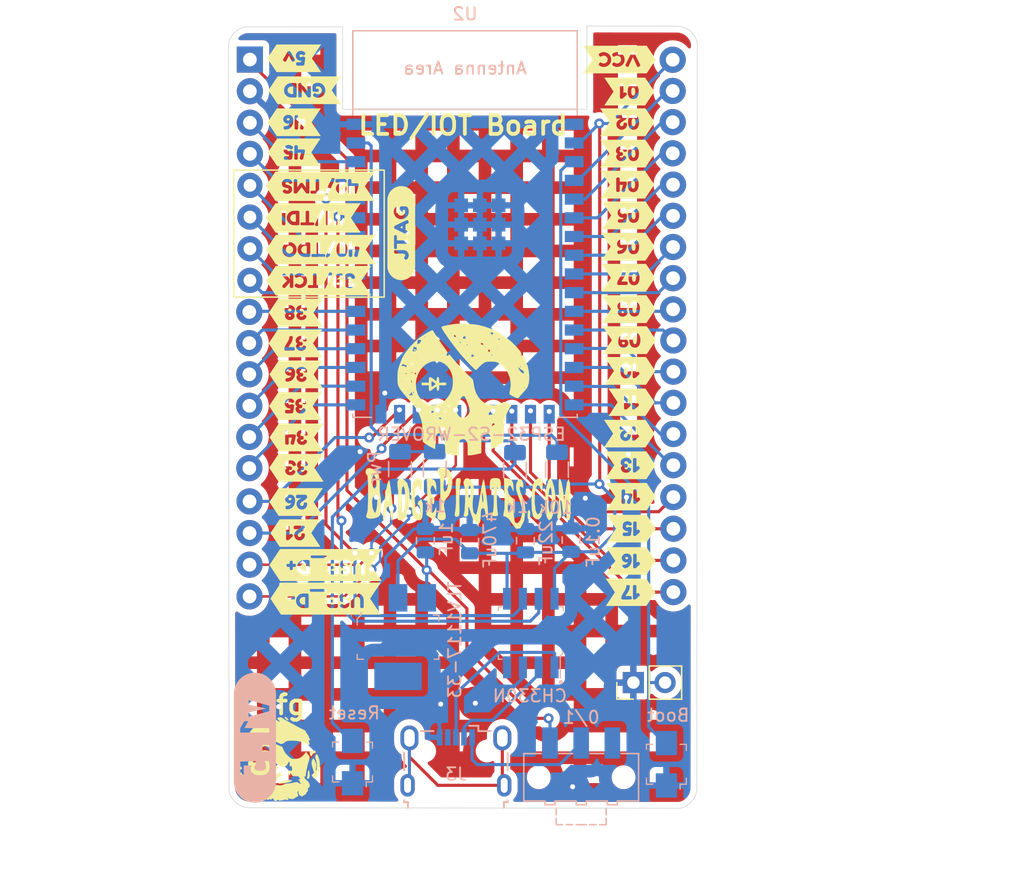
<source format=kicad_pcb>
(kicad_pcb (version 20211014) (generator pcbnew)
  (layers (0 "F.Cu" signal) (31 "B.Cu" signal) (34 "B.Paste" user) (35 "F.Paste" user) (36 "B.SilkS" user "B.Silkscreen") (37 "F.SilkS" user "F.Silkscreen") (38 "B.Mask" user) (39 "F.Mask" user) (44 "Edge.Cuts" user))
  (property "Version" "Version")
  (net 0 "")
  (net 1 "GND")
  (net 2 "VCC")
  (net 3 "VBUS")
  (net 4 "D+")
  (net 5 "D-")
  (net 6 "Net-(D1-Pad2)")
  (net 7 "IO10")
  (net 8 "IO11")
  (net 9 "IO12")
  (net 10 "IO13")
  (net 11 "Boot")
  (net 12 "IO39")
  (net 13 "IO40")
  (net 14 "IO41")
  (net 15 "IO42")
  (net 16 "IO01")
  (net 17 "IO02")
  (net 18 "IO03")
  (net 19 "IO04")
  (net 20 "IO05")
  (net 22 "IO46")
  (net 23 "IO45")
  (net 24 "IO38")
  (net 25 "IO37")
  (net 26 "IO36")
  (net 27 "IO35")
  (net 28 "IO34")
  (net 29 "IO33")
  (net 30 "IO26")
  (net 31 "IO21")
  (net 32 "IO17")
  (net 33 "IO16")
  (net 34 "IO15")
  (net 35 "IO14")
  (net 36 "IO06")
  (net 37 "IO07")
  (net 38 "IO08")
  (net 39 "IO09")
  (net 40 "unconnected-(J3-Pad6)")
  (net 42 "RESET")
  (net 43 "USB_TX_ESP_RX")
  (net 44 "USB_RX_ESP_TX")
  (net 45 "+5V")
  (net 47 "Net-(R5-Pad1)")
  (net 48 "USB_D+")
  (net 49 "USB_D-")
  (footprint "BadgePirate:PinHeader_1x02_P2.54mm_Vertical" (layer "F.Cu") (at 95.0468 71.9852)
    (fp_text reference "J1" hide)
    (fp_text value "Conn_01x02_Female" hide)
  )
  (footprint "Digi:PinHeader_1x4_P2.5mm_Drill1.1mm" (layer "F.Cu") (at 128.9558 72.002 -90)
    (fp_text reference "J4" hide)
    (fp_text value "Conn_01x04" hide)
  )
  (footprint "Digi:PinHeader_1x5_P2.5mm_Drill1.1mm" (layer "F.Cu") (at 128.9812 82.0166 -90)
    (fp_text reference "J5" hide)
    (fp_text value "Conn_01x05" hide)
  )
  (footprint "Digi:PinHeader_1x5_P2.5mm_Drill1.1mm" (layer "F.Cu") (at 129.0066 94.5134 -90)
    (fp_text reference "J6" hide)
    (fp_text value "Conn_01x05")
  )
  (footprint "Digi:PinHeader_1x2_P2.5mm_Drill1.1mm" (layer "F.Cu") (at 95.05 77.05 -90)
    (fp_text reference "J7" hide)
    (fp_text value "Conn_01x02" hide)
  )
  (footprint "Digi:PinHeader_1x3_P2.5mm_Drill1.1mm" (layer "F.Cu") (at 95 92.225 -90)
    (fp_text reference "J8" hide)
    (fp_text value "Conn_01x03" hide)
  )
  (footprint "Digi:PinHeader_1x3_P2.5mm_Drill1.1mm" (layer "F.Cu") (at 95 99.75 -90)
    (fp_text reference "J9" hide)
    (fp_text value "Conn_01x03" hide)
  )
  (footprint "BadgePiratesLogos:BadgePiratesURL_FSLK" (layer "F.Cu") (at 112.5474 107.2388)
    (fp_text reference "G***" hide)
    (fp_text value "LOGO" hide)
  )
  (footprint "BadgePiratesLogos:BPSkull_Distressed_10x10_FSK" (layer "F.Cu") (at 112.141 98.4504)
    (fp_text reference "G***" hide)
    (fp_text value "BP Logo" hide)
  )
  (footprint "BadgePiratesLogos:FG_10x10_FSILK" (layer "F.Cu") (at 97.309581 129.133668)
    (fp_text reference "G***" hide)
    (fp_text value "fg")
  )
  (footprint "BadgePirates:PinHeader_1x02_P2.54mm_Vertical" (layer "F.Cu") (at 125.8012 121.9454 90)
    (fp_text reference "J11" hide)
    (fp_text value "Conn_01x02_Female" hide)
  )
  (footprint "kibuzzard-6268B78D" (layer "F.Cu") (at 99.441 74.4474 180)
    (fp_text reference "kibuzzard-6268B78D" hide)
    (fp_text value "G***" hide)
  )
  (footprint "kibuzzard-6268BA9E" (layer "F.Cu") (at 107.188 85.9028 90)
    (fp_text reference "kibuzzard-6268BA9E" hide)
    (fp_text value "G***" hide)
  )
  (footprint "kibuzzard-6268B8A3" (layer "F.Cu") (at 98.7552 107.4674 180)
    (fp_text reference "kibuzzard-6268B8A3" hide)
    (fp_text value "G***" hide)
  )
  (footprint "Connector_PinHeader_2.54mm:PinHeader_1x04_P2.54mm_Vertical" (layer "F.Cu") (at 95.0214 107.4166)
    (fp_text reference "J12" hide)
    (fp_text value "Conn_01x04_Female")
  )
  (footprint "kibuzzard-6268BA03" (layer "F.Cu") (at 101.1174 115.2144 180)
    (fp_text reference "kibuzzard-6268BA03" hide)
    (fp_text value "G***" hide)
  )
  (footprint "kibuzzard-6268B63E" (layer "F.Cu") (at 125.3236 82.0166 180)
    (fp_text reference "kibuzzard-6268B63E" hide)
    (fp_text value "G***" hide)
  )
  (footprint "kibuzzard-6268B6D1" (layer "F.Cu") (at 125.476 101.981 180)
    (fp_text reference "kibuzzard-6268B6D1" hide)
    (fp_text value "G***" hide)
  )
  (footprint "kibuzzard-6268B865" (layer "F.Cu") (at 98.7044 99.7712 180)
    (fp_text reference "kibuzzard-6268B865" hide)
    (fp_text value "G***" hide)
  )
  (footprint "kibuzzard-6268B705" (layer "F.Cu") (at 125.5776 114.7064 180)
    (fp_text reference "kibuzzard-6268B705" hide)
    (fp_text value "G***" hide)
  )
  (footprint "kibuzzard-6268B8B3" (layer "F.Cu") (at 98.7044 109.9566 180)
    (fp_text reference "kibuzzard-6268B8B3" hide)
    (fp_text value "G***" hide)
  )
  (footprint "kibuzzard-6268B85C" (layer "F.Cu") (at 98.7552 97.2312 180)
    (fp_text reference "kibuzzard-6268B85C" hide)
    (fp_text value "G***" hide)
  )
  (footprint "kibuzzard-6268BA2C" (layer "F.Cu") (at 100.6856 82.1436 180)
    (fp_text reference "kibuzzard-6268BA2C" hide)
    (fp_text value "G***" hide)
  )
  (footprint "kibuzzard-6268B841" (layer "F.Cu") (at 98.7298 92.2782 180)
    (fp_text reference "kibuzzard-6268B841" hide)
    (fp_text value "G***" hide)
  )
  (footprint "Connector_PinHeader_2.54mm:PinHeader_1x04_P2.54mm_Vertical" (layer "F.Cu") (at 129.0066 107.071)
    (fp_text reference "J10" hide)
    (fp_text value "Conn_01x04_Female")
  )
  (footprint "kibuzzard-6268B895" (layer "F.Cu") (at 98.7806 104.7242 180)
    (fp_text reference "kibuzzard-6268B895" hide)
    (fp_text value "G***" hide)
  )
  (footprint "kibuzzard-6268B612" (layer "F.Cu") (at 125.3236 77.0128 180)
    (fp_text reference "kibuzzard-6268B612" hide)
    (fp_text value "G***" hide)
  )
  (footprint "kibuzzard-6268B9F3" (layer "F.Cu") (at 101.1174 112.522 180)
    (fp_text reference "kibuzzard-6268B9F3" hide)
    (fp_text value "G***" hide)
  )
  (footprint "kibuzzard-6268B6C4" (layer "F.Cu") (at 125.6538 99.4664 180)
    (fp_text reference "kibuzzard-6268B6C4" hide)
    (fp_text value "G***" hide)
  )
  (footprint "kibuzzard-6268B6DC" (layer "F.Cu") (at 125.5522 104.521 180)
    (fp_text reference "kibuzzard-6268B6DC" hide)
    (fp_text value "G***" hide)
  )
  (footprint "kibuzzard-6268B75E" (layer "F.Cu") (at 124.6886 71.9836 180)
    (fp_text reference "kibuzzard-6268B75E" hide)
    (fp_text value "G***" hide)
  )
  (footprint "kibuzzard-6268B622" (layer "F.Cu") (at 125.3236 79.5274 180)
    (fp_text reference "kibuzzard-6268B622" hide)
    (fp_text value "G***" hide)
  )
  (footprint "kibuzzard-6268B781" (layer "F.Cu") (at 98.6028 71.882 180)
    (fp_text reference "kibuzzard-6268B781" hide)
    (fp_text value "G***" hide)
  )
  (footprint "kibuzzard-6268BA3D" (layer "F.Cu") (at 100.1268 84.6836 180)
    (fp_text reference "kibuzzard-6268BA3D" hide)
    (fp_text value "G***" hide)
  )
  (footprint "kibuzzard-6268B659" (layer "F.Cu") (at 125.3998 84.4804 180)
    (fp_text reference "kibuzzard-6268B659" hide)
    (fp_text value "G***" hide)
  )
  (footprint "kibuzzard-6268BA5F" (layer "F.Cu") (at 100.5586 89.7128 180)
    (fp_text reference "kibuzzard-6268BA5F" hide)
    (fp_text value "G***" hide)
  )
  (footprint "kibuzzard-6268B673" (layer "F.Cu") (at 125.3744 86.995 180)
    (fp_text reference "kibuzzard-6268B673" hide)
    (fp_text value "G***" hide)
  )
  (footprint "kibuzzard-6268B874" (layer "F.Cu") (at 98.7806 102.2858 180)
    (fp_text reference "kibuzzard-6268B874" hide)
    (fp_text value "G***" hide)
  )
  (footprint "kibuzzard-6268BA4E" (layer "F.Cu") (at 100.7364 87.2236 180)
    (fp_text reference "kibuzzard-6268BA4E" hide)
    (fp_text value "G***" hide)
  )
  (footprint "kibuzzard-6268B6E6" (layer "F.Cu") (at 125.603 107.0356 180)
    (fp_text reference "kibuzzard-6268B6E6" hide)
    (fp_text value "G***" hide)
  )
  (footprint "kibuzzard-6268B6A0" (layer "F.Cu") (at 125.476 94.488 180)
    (fp_text reference "kibuzzard-6268B6A0" hide)
    (fp_text value "G***" hide)
  )
  (footprint "kibuzzard-6268B6F0" (layer "F.Cu") (at 125.6284 109.601 180)
    (fp_text reference "kibuzzard-6268B6F0" hide)
    (fp_text value "G***" hide)
  )
  (footprint "kibuzzard-6268B6B8" (layer "F.Cu") (at 125.5268 96.9518 180)
    (fp_text reference "kibuzzard-6268B6B8" hide)
    (fp_text value "G***" hide)
  )
  (footprint "kibuzzard-6268B850" (layer "F.Cu") (at 98.7044 94.742 180)
    (fp_text reference "kibuzzard-6268B850" hide)
    (fp_text value "G***" hide)
  )
  (footprint "kibuzzard-6268B7B0" (layer "F.Cu") (at 98.6028 79.4258 180)
    (fp_text reference "kibuzzard-6268B7B0" hide)
    (fp_text value "G***" hide)
  )
  (footprint "kibuzzard-6268B680" (layer "F.Cu") (at 125.3998 89.4842 180)
    (fp_text reference "kibuzzard-6268B680" hide)
    (fp_text value "G***" hide)
  )
  (footprint "kibuzzard-6268B68E" (layer "F.Cu") (at 125.4252 91.9988 180)
    (fp_text reference "kibuzzard-6268B68E" hide)
    (fp_text value "G***" hide)
  )
  (footprint "kibuzzard-6268B79A" (layer "F.Cu") (at 98.6028 77.0128 180)
    (fp_text reference "kibuzzard-6268B79A" hide)
    (fp_text value "G***" hide)
  )
  (footprint "kibuzzard-6268B6FB" (layer "F.Cu") (at 125.603 112.1918 180)
    (fp_text reference "kibuzzard-6268B6FB" hide)
    (fp_text value "G***" hide)
  )
  (footprint "kibuzzard-6268B5BC" (layer "F.Cu") (at 125.476 74.549 180)
    (fp_text reference "kibuzzard-6268B5BC" hide)
    (fp_text value "G***" hide)
  )
  (footprint "BadgePirate:C_0805_2012Metric" (layer "B.Cu") (at 120.8024 110.5177 90)
    (fp_text reference "0.1uF")
    (fp_text value "0.1uF" hide)
  )
  (footprint "BadgePirate:C_0805_2012Metric" (layer "B.Cu") (at 117.1448 110.5685 90)
    (fp_text reference "22uF")
    (fp_text value "22uF" hide)
  )
  (footprint "BadgePirate:R_1206_3216Metric" (layer "B.Cu") (at 107.0864 104.8288 90)
    (fp_text reference "Pwr")
    (fp_text value "Pwr" hide)
  )
  (footprint "Digi:PinHeader_1x4_P2.54mm_Drill1.02mm" (layer "B.Cu") (at 95.05 82.075 -90)
    (fp_text reference "J2" hide)
    (fp_text value "JTAG" hide)
  )
  (footprint "BadgePirate:R_1206_3216Metric" (layer "B.Cu") (at 109.875 104.825 90)
    (fp_text reference "1k")
    (fp_text value "1k" hide)
  )
  (footprint "BadgePirate:R_1206_3216Metric" (layer "B.Cu") (at 116.3066 104.905 90)
    (fp_text reference "1k")
    (fp_text value "1k" hide)
  )
  (footprint "BadgePirate:R_1206_3216Metric" (layer "B.Cu") (at 119.675 104.875 -90)
    (fp_text reference "10k")
    (fp_text value "10k" hide)
  )
  (footprint "BadgePirate:ESP32-S2-WROVER" (layer "B.Cu") (at 112.3 88.325 180)
    (fp_text reference "U2")
    (fp_text value "ESP32-S2-WROVER")
  )
  (footprint "BadgePirate:C_0805_2012Metric" (layer "B.Cu") (at 112.6744 110.6447 90)
    (fp_text reference "470uF")
    (fp_text value "470uF")
  )
  (footprint "BadgePirate:SOT-223" (layer "B.Cu") (at 106.925 118.3)
    (fp_text reference "TLV1117-33")
    (fp_text value "TLV1117-33" hide)
  )
  (footprint "BadgePirate:SOIC-8-1EP_W3.9mm" (layer "B.Cu") (at 117.575 117.975 180)
    (fp_text reference "CH330N")
    (fp_text value "CH330N" hide)
  )
  (footprint "BadgePirate:C_0805_2012Metric" (layer "B.Cu") (at 109.1184 110.5639 90)
    (fp_text reference "1uF")
    (fp_text value "1uF" hide)
  )
  (footprint "BadgePiratesFootprints:SW_SPDT_CK-JS102011SAQN" (layer "B.Cu") (at 121.6152 129.54 180)
    (fp_text reference "0/1")
    (fp_text value "0/1" hide)
  )
  (footprint "BadgePiratesFootprints:USB_Micro-B_Wuerth_629105150521" (layer "B.Cu") (at 111.56696 128.23698 180)
    (fp_text reference "J3")
    (fp_text value "USB_B_Mini" hide)
  )
  (footprint "kibuzzard-6268B47B" (layer "B.Cu") (at 95.4532 126.365 -90)
    (fp_text reference "kibuzzard-6268B47B" hide)
    (fp_text value "G***" hide)
  )
  (footprint "BadgePirates:Switch_Tactile_SMD_B3U-1000P-BPVersion" (layer "B.Cu") (at 103.2764 128.3208 90)
    (fp_text reference "Reset")
    (fp_text value "Reset_Btn")
  )
  (footprint "BadgePirates:Switch_Tactile_SMD_B3U-1000P-BPVersion" (layer "B.Cu") (at 128.4478 128.4986 90)
    (fp_text reference "Boot")
    (fp_text value "Boot_Btn")
  )
  (gr_circle (center 119.9896 121.92) (end 120.0912 121.9454) (layer "B.SilkS") (width 0.12) (fill none))
  (gr_rect (start 93.7514 91.0336) (end 105.8164 80.8482) (layer "F.SilkS") (width 0.12) (fill none))
  (gr_line (start 95.025498 131.983072) (end 129.525 132.025) (layer "Edge.Cuts") (width 0.05))
  (gr_arc (start 130.890574 130.375) (mid 130.504902 131.445898) (end 129.525 132.025) (layer "Edge.Cuts") (width 0.05))
  (gr_line (start 122.0724 75.9714) (end 102.489 75.9714) (layer "Edge.Cuts") (width 0.05))
  (gr_line (start 93.3196 71.0184) (end 93.375498 130.609026) (layer "Edge.Cuts") (width 0.05))
  (gr_arc (start 129.275 69.309426) (mid 130.345898 69.695098) (end 130.925 70.675) (layer "Edge.Cuts") (width 0.05))
  (gr_line (start 102.489 69.3674) (end 94.685174 69.3684) (layer "Edge.Cuts") (width 0.05))
  (gr_line (start 129.275 69.309426) (end 122.0724 69.3) (layer "Edge.Cuts") (width 0.05))
  (gr_line (start 122.0724 69.3) (end 122.0724 75.9714) (layer "Edge.Cuts") (width 0.05))
  (gr_line (start 130.890574 130.375) (end 130.925 70.675) (layer "Edge.Cuts") (width 0.05))
  (gr_line (start 102.489 75.9714) (end 102.489 69.3674) (layer "Edge.Cuts") (width 0.05))
  (gr_arc (start 95.025498 131.983072) (mid 93.951894 131.594581) (end 93.375498 130.609026) (layer "Edge.Cuts") (width 0.05))
  (gr_arc (start 93.3196 71.0184) (mid 93.705272 69.947502) (end 94.685174 69.3684) (layer "Edge.Cuts") (width 0.05))
  (gr_text "LED/IOT Board\n" (at 112.141 77.2668) (layer "F.SilkS") (effects (font (size 1.5 1.5) (thickness 0.3))))
  (segment (start 125.3998 106.934) (end 125.2474 107.0864) (width 0.25) (layer "F.Cu") (net 1))
  (segment (start 113.05 123.675) (end 113.125 123.6) (width 0.25) (layer "F.Cu") (net 1))
  (via (at 120.9294 130.302) (size 0.8) (drill 0.4) (layers "F.Cu" "B.Cu") (net 1))
  (via (at 97.3582 123.8758) (size 0.8) (drill 0.4) (layers "F.Cu" "B.Cu") (net 1))
  (via (at 121.9454 107.1626) (size 0.8) (drill 0.4) (layers "F.Cu" "B.Cu") (net 1))
  (via (at 103.886 103.4288) (size 0.8) (drill 0.4) (layers "F.Cu" "B.Cu") (net 1))
  (via (at 105.1814 107.0864) (size 0.8) (drill 0.4) (layers "F.Cu" "B.Cu") (net 1))
  (via (at 113.125 123.6) (size 0.8) (drill 0.4) (layers "F.Cu" "B.Cu") (net 1))
  (via (at 110.35 123.675) (size 0.8) (drill 0.4) (layers "F.Cu" "B.Cu") (net 1))
  (via (at 125.3998 103.632) (size 0.8) (drill 0.4) (layers "F.Cu" "B.Cu") (net 1))
  (via (at 125.2474 107.0864) (size 0.8) (drill 0.4) (layers "F.Cu" "B.Cu") (net 1))
  (via (at 105.8672 98.7298) (size 0.8) (drill 0.4) (layers "F.Cu" "B.Cu") (net 1))
  (segment (start 116.94 120.725) (end 116.94 121.566) (width 0.25) (layer "B.Cu") (net 1))
  (segment (start 109.1184 108.2608) (end 109.1184 109.6264) (width 0.25) (layer "B.Cu") (net 1))
  (segment (start 110.26696 123.75804) (end 110.35 123.675) (width 0.25) (layer "B.Cu") (net 1))
  (segment (start 110.26696 126.33698) (end 110.26696 123.75804) (width 0.25) (layer "B.Cu") (net 1))
  (segment (start 105.8672 100.1078) (end 105.55 100.425) (width 0.25) (layer "B.Cu") (net 1))
  (segment (start 107.0864 106.2288) (end 107.3109 106.2288) (width 0.25) (layer "B.Cu") (net 1))
  (segment (start 104.625 114.8) (end 105.924431 113.500569) (width 0.25) (layer "B.Cu") (net 1))
  (segment (start 105.924431 113.500569) (end 105.924431 111.905969) (width 0.25) (layer "B.Cu") (net 1))
  (segment (start 107.0864 106.2288) (end 109.1184 108.2608) (width 0.25) (layer "B.Cu") (net 1))
  (segment (start 104.625 115.15) (end 104.625 114.8) (width 0.25) (layer "B.Cu") (net 1))
  (segment (start 116.94 121.566) (end 114.906 123.6) (width 0.25) (layer "B.Cu") (net 1))
  (segment (start 114.906 123.6) (end 113.125 123.6) (width 0.25) (layer "B.Cu") (net 1))
  (segment (start 105.924431 111.905969) (end 108.204 109.6264) (width 0.25) (layer "B.Cu") (net 1))
  (segment (start 108.204 109.6264) (end 109.1184 109.6264) (width 0.25) (layer "B.Cu") (net 1))
  (segment (start 105.8672 98.7298) (end 105.8672 100.1078) (width 0.25) (layer "B.Cu") (net 1))
  (segment (start 123.100001 77.151401) (end 123.100001 105.875001) (width 0.25) (layer "F.Cu") (net 2))
  (segment (start 123.063 77.1144) (end 123.100001 77.151401) (width 0.25) (layer "F.Cu") (net 2))
  (via (at 123.075 106.025) (size 0.8) (drill 0.4) (layers "F.Cu" "B.Cu") (net 2))
  (via (at 123.063 77.1144) (size 0.8) (drill 0.4) (layers "F.Cu" "B.Cu") (net 2))
  (segment (start 119.48 112.7776) (end 120.8024 111.4552) (width 0.25) (layer "B.Cu") (net 2))
  (segment (start 117.1448 111.506) (end 117.0686 111.5822) (width 0.25) (layer "B.Cu") (net 2))
  (segment (start 123.8434 77.1144) (end 128.9558 72.002) (width 0.25) (layer "B.Cu") (net 2))
  (segment (start 111.53062 110.43842) (end 108.677725 110.43842) (width 0.25) (layer "B.Cu") (net 2))
  (segment (start 121.5024 78.675) (end 121.05 78.675) (width 0.25) (layer "B.Cu") (net 2))
  (segment (start 119.48 115.225) (end 119.48 112.7776) (width 0.25) (layer "B.Cu") (net 2))
  (segment (start 117.1448 111.506) (end 120.7516 111.506) (width 0.25) (layer "B.Cu") (net 2))
  (segment (start 123.063 77.1144) (end 121.5024 78.675) (width 0.25) (layer "B.Cu") (net 2))
  (segment (start 106.925 112.191145) (end 106.925 115.15) (width 0.25) (layer "B.Cu") (net 2))
  (segment (start 109.925 106.275) (end 109.875 106.225) (width 0.25) (layer "B.Cu") (net 2))
  (segment (start 123.063 77.1144) (end 123.8434 77.1144) (width 0.25) (layer "B.Cu") (net 2))
  (segment (start 115.67 115.225) (end 115.67 111.5838) (width 0.25) (layer "B.Cu") (net 2))
  (segment (start 112.6744 111.5822) (end 111.53062 110.43842) (width 0.25) (layer "B.Cu") (net 2))
  (segment (start 108.677725 110.43842) (end 106.925 112.191145) (width 0.25) (layer "B.Cu") (net 2))
  (segment (start 120.8024 111.4552) (end 122.8073 111.4552) (width 0.25) (layer "B.Cu") (net 2))
  (segment (start 124.3125 107.2625) (end 123.075 106.025) (width 0.25) (layer "B.Cu") (net 2))
  (segment (start 122.8073 111.4552) (end 124.3125 109.95) (width 0.25) (layer "B.Cu") (net 2))
  (segment (start 124.3125 109.95) (end 124.3125 107.2625) (width 0.25) (layer "B.Cu") (net 2))
  (segment (start 119.675 106.275) (end 109.925 106.275) (width 0.25) (layer "B.Cu") (net 2))
  (segment (start 123.075 106.025) (end 119.925 106.025) (width 0.25) (layer "B.Cu") (net 2))
  (segment (start 117.0686 111.5822) (end 112.6744 111.5822) (width 0.25) (layer "B.Cu") (net 2))
  (segment (start 120.7516 111.506) (end 120.8024 111.4552) (width 0.25) (layer "B.Cu") (net 2))
  (segment (start 112.45 119.325) (end 117.9406 124.8156) (width 0.25) (layer "F.Cu") (net 3))
  (segment (start 102.832511 79.957511) (end 102.832511 106.530911) (width 0.25) (layer "F.Cu") (net 3))
  (segment (start 112.45 116.0175) (end 112.45 119.325) (width 0.25) (layer "F.Cu") (net 3))
  (segment (start 102.832511 106.530911) (end 109.225 112.9234) (width 0.25) (layer "F.Cu") (net 3))
  (segment (start 117.9406 124.8156) (end 118.999 124.8156) (width 0.25) (layer "F.Cu") (net 3))
  (segment (start 109.3609 112.9284) (end 112.45 116.0175) (width 0.25) (layer "F.Cu") (net 3))
  (segment (start 95.05 72.175) (end 102.832511 79.957511) (width 0.25) (layer "F.Cu") (net 3))
  (via (at 118.999 124.8156) (size 0.8) (drill 0.4) (layers "F.Cu" "B.Cu") (net 3))
  (via (at 109.225 112.9234) (size 0.8) (drill 0.4) (layers "F.Cu" "B.Cu") (net 3))
  (segment (start 109.225 115.15) (end 109.225 112.9234) (width 0.25) (layer "B.Cu") (net 3))
  (segment (start 119.1152 124.9318) (end 119.1152 126.79) (width 0.25) (layer "B.Cu") (net 3))
  (segment (start 118.999 124.8156) (end 119.1152 124.9318) (width 0.25) (layer "B.Cu") (net 3))
  (segment (start 109.225 112.9234) (end 109.225 111.608) (width 0.25) (layer "B.Cu") (net 3))
  (segment (start 109.225 111.608) (end 109.1184 111.5014) (width 0.25) (layer "B.Cu") (net 3))
  (segment (start 119.404999 119.524999) (end 119.48 119.6) (width 0.25) (layer "B.Cu") (net 4))
  (segment (start 111.59236 126.28626) (end 111.57458 122.80138) (width 0.25) (layer "B.Cu") (net 4))
  (segment (start 119.48 119.6) (end 119.48 120.725) (width 0.25) (layer "B.Cu") (net 4))
  (segment (start 115.084999 119.524999) (end 119.404999 119.524999) (width 0.25) (layer "B.Cu") (net 4))
  (segment (start 111.57458 122.80138) (end 115.084999 119.524999) (width 0.25) (layer "B.Cu") (net 4))
  (segment (start 118.21 121.275) (end 114.517 124.968) (width 0.25) (layer "B.Cu") (net 5))
  (segment (start 112.21696 125.526978) (end 112.21696 126.33698) (width 0.25) (layer "B.Cu") (net 5))
  (segment (start 118.21 120.725) (end 118.21 121.275) (width 0.25) (layer "B.Cu") (net 5))
  (segment (start 114.517 124.968) (end 112.775938 124.968) (width 0.25) (layer "B.Cu") (net 5))
  (segment (start 112.775938 124.968) (end 112.21696 125.526978) (width 0.25) (layer "B.Cu") (net 5))
  (segment (start 109.875 103.425) (end 107.0902 103.425) (width 0.25) (layer "B.Cu") (net 6))
  (segment (start 121.05 95.175) (end 121.075 95.15) (width 0.25) (layer "B.Cu") (net 7))
  (segment (start 127.0634 97.0134) (end 129.0066 97.0134) (width 0.25) (layer "B.Cu") (net 7))
  (segment (start 125.2 95.15) (end 127.0634 97.0134) (width 0.25) (layer "B.Cu") (net 7))
  (segment (start 121.075 95.15) (end 125.2 95.15) (width 0.25) (layer "B.Cu") (net 7))
  (segment (start 124.6912 96.675) (end 127.5296 99.5134) (width 0.25) (layer "B.Cu") (net 8))
  (segment (start 121.05 96.675) (end 124.6912 96.675) (width 0.25) (layer "B.Cu") (net 8))
  (segment (start 127.5296 99.5134) (end 129.0066 99.5134) (width 0.25) (layer "B.Cu") (net 8))
  (segment (start 124.1588 98.2) (end 127.9722 102.0134) (width 0.25) (layer "B.Cu") (net 9))
  (segment (start 121.075 98.2) (end 124.1588 98.2) (width 0.25) (layer "B.Cu") (net 9))
  (segment (start 121.05 98.175) (end 121.075 98.2) (width 0.25) (layer "B.Cu") (net 9))
  (segment (start 127.9722 102.0134) (end 129.0066 102.0134) (width 0.25) (layer "B.Cu") (net 9))
  (segment (start 123.9828 99.675) (end 128.8212 104.5134) (width 0.25) (layer "B.Cu") (net 10))
  (segment (start 128.8212 104.5134) (end 129.0066 104.5134) (width 0.25) (layer "B.Cu") (net 10))
  (segment (start 121.05 99.675) (end 123.9828 99.675) (width 0.25) (layer "B.Cu") (net 10))
  (segment (start 128.3208 126.7986) (end 127.0254 125.5032) (width 0.25) (layer "B.Cu") (net 11))
  (segment (start 127.0508 121.9454) (end 127.0254 121.92) (width 0.25) (layer "B.Cu") (net 11))
  (segment (start 119.975489 80.900489) (end 120.700978 80.175) (width 0.25) (layer "B.Cu") (net 11))
  (segment (start 128.3412 121.9454) (end 127.0508 121.9454) (width 0.25) (layer "B.Cu") (net 11))
  (segment (start 120.700978 80.175) (end 121.05 80.175) (width 0.25) (layer "B.Cu") (net 11))
  (segment (start 121.05 80.175) (end 120.764998 80.175) (width 0.25) (layer "B.Cu") (net 11))
  (segment (start 127.0254 125.5032) (end 127.0254 121.92) (width 0.25) (layer "B.Cu") (net 11))
  (segment (start 127.0254 107.499422) (end 119.975489 100.449511) (width 0.25) (layer "B.Cu") (net 11))
  (segment (start 119.975489 100.449511) (end 119.975489 80.900489) (width 0.25) (layer "B.Cu") (net 11))
  (segment (start 127.0254 121.92) (end 127.0254 107.499422) (width 0.25) (layer "B.Cu") (net 11))
  (segment (start 103.55 90.675) (end 96.03 90.675) (width 0.25) (layer "B.Cu") (net 12))
  (segment (start 96.03 90.675) (end 95.05 89.695) (width 0.25) (layer "B.Cu") (net 12))
  (segment (start 97.07 89.175) (end 95.05 87.155) (width 0.25) (layer "B.Cu") (net 13))
  (segment (start 103.55 89.175) (end 97.07 89.175) (width 0.25) (layer "B.Cu") (net 13))
  (segment (start 98.11 87.675) (end 95.05 84.615) (width 0.25) (layer "B.Cu") (net 14))
  (segment (start 103.55 87.675) (end 98.11 87.675) (width 0.25) (layer "B.Cu") (net 14))
  (segment (start 99.15 86.175) (end 95.05 82.075) (width 0.25) (layer "B.Cu") (net 15))
  (segment (start 103.55 86.175) (end 99.15 86.175) (width 0.25) (layer "B.Cu") (net 15))
  (segment (start 121.05 81.675) (end 121.35 81.675) (width 0.25) (layer "B.Cu") (net 16))
  (segment (start 128.523 74.502) (end 128.9558 74.502) (width 0.25) (layer "B.Cu") (net 16))
  (segment (start 121.35 81.675) (end 128.523 74.502) (width 0.25) (layer "B.Cu") (net 16))
  (segment (start 121.05 83.175) (end 121.925 83.175) (width 0.25) (layer "B.Cu") (net 17))
  (segment (start 128.098 77.002) (end 128.9558 77.002) (width 0.25) (layer "B.Cu") (net 17))
  (segment (start 121.925 83.175) (end 128.098 77.002) (width 0.25) (layer "B.Cu") (net 17))
  (segment (start 122.925 84.675) (end 128.098 79.502) (width 0.25) (layer "B.Cu") (net 18))
  (segment (start 121.05 84.675) (end 122.925 84.675) (width 0.25) (layer "B.Cu") (net 18))
  (segment (start 128.098 79.502) (end 128.9558 79.502) (width 0.25) (layer "B.Cu") (net 18))
  (segment (start 123.95 86.175) (end 128.1084 82.0166) (width 0.25) (layer "B.Cu") (net 19))
  (segment (start 121.05 86.175) (end 123.95 86.175) (width 0.25) (layer "B.Cu") (net 19))
  (segment (start 128.1084 82.0166) (end 128.9812 82.0166) (width 0.25) (layer "B.Cu") (net 19))
  (segment (start 121.05 87.675) (end 125 87.675) (width 0.25) (layer "B.Cu") (net 20))
  (segment (start 128.1584 84.5166) (end 128.9812 84.5166) (width 0.25) (layer "B.Cu") (net 20))
  (segment (start 125 87.675) (end 128.1584 84.5166) (width 0.25) (layer "B.Cu") (net 20))
  (segment (start 98.175 80.175) (end 95.05 77.05) (width 0.25) (layer "B.Cu") (net 22))
  (segment (start 103.55 80.175) (end 98.175 80.175) (width 0.25) (layer "B.Cu") (net 22))
  (segment (start 103.55 81.675) (end 97.175 81.675) (width 0.25) (layer "B.Cu") (net 23))
  (segment (start 97.175 81.675) (end 95.05 79.55) (width 0.25) (layer "B.Cu") (net 23))
  (segment (start 103.55 92.175) (end 95.05 92.175) (width 0.25) (layer "B.Cu") (net 24))
  (segment (start 95.05 92.175) (end 95 92.225) (width 0.25) (layer "B.Cu") (net 24))
  (segment (start 96.05 93.675) (end 95 94.725) (width 0.25) (layer "B.Cu") (net 25))
  (segment (start 103.55 93.675) (end 96.05 93.675) (width 0.25) (layer "B.Cu") (net 25))
  (segment (start 103.55 95.175) (end 97.05 95.175) (width 0.25) (layer "B.Cu") (net 26))
  (segment (start 97.05 95.175) (end 95 97.225) (width 0.25) (layer "B.Cu") (net 26))
  (segment (start 98.075 96.675) (end 95 99.75) (width 0.25) (layer "B.Cu") (net 27))
  (segment (start 103.55 96.675) (end 98.075 96.675) (width 0.25) (layer "B.Cu") (net 27))
  (segment (start 103.55 98.175) (end 99.075 98.175) (width 0.25) (layer "B.Cu") (net 28))
  (segment (start 99.075 98.175) (end 95 102.25) (width 0.25) (layer "B.Cu") (net 28))
  (segment (start 95 104.525) (end 95 104.75) (width 0.25) (layer "B.Cu") (net 29))
  (segment (start 99.85 99.675) (end 95 104.525) (width 0.25) (layer "B.Cu") (net 29))
  (segment (start 103.55 99.675) (end 99.85 99.675) (width 0.25) (layer "B.Cu") (net 29))
  (segment (start 104.8165 102.2951) (end 107.0356 100.076) (width 0.25) (layer "F.Cu") (net 30))
  (segment (start 104.6105 102.2951) (end 104.8165 102.2951) (width 0.25) (layer "F.Cu") (net 30))
  (via (at 104.6105 102.2951) (size 0.8) (drill 0.4) (layers "F.Cu" "B.Cu") (net 30))
  (via (at 107.0356 100.076) (size 0.8) (drill 0.4) (layers "F.Cu" "B.Cu") (net 30))
  (segment (start 101.8701 102.2951) (end 104.6105 102.2951) (width 0.25) (layer "B.Cu") (net 30))
  (segment (start 96.7486 107.4166) (end 101.8701 102.2951) (width 0.25) (layer "B.Cu") (net 30))
  (segment (start 95.0214 107.4166) (end 96.7486 107.4166) (width 0.25) (layer "B.Cu") (net 30))
  (segment (start 105.6119 103.0237) (end 108.5596 100.076) (width 0.25) (layer "F.Cu") (net 31))
  (segment (start 105.6119 103.180991) (end 105.6119 103.0237) (width 0.25) (layer "F.Cu") (net 31))
  (via (at 105.6119 103.180991) (size 0.8) (drill 0.4) (layers "F.Cu" "B.Cu") (net 31))
  (via (at 108.5596 100.076) (size 0.8) (drill 0.4) (layers "F.Cu" "B.Cu") (net 31))
  (segment (start 98.836291 109.9566) (end 105.6119 103.180991) (width 0.25) (layer "B.Cu") (net 31))
  (segment (start 95.0214 109.9566) (end 98.836291 109.9566) (width 0.25) (layer "B.Cu") (net 31))
  (segment (start 125.881633 114.691) (end 129.0066 114.691) (width 0.25) (layer "F.Cu") (net 32))
  (segment (start 114.554 100.1776) (end 114.554 103.363367) (width 0.25) (layer "F.Cu") (net 32))
  (segment (start 114.554 103.363367) (end 125.881633 114.691) (width 0.25) (layer "F.Cu") (net 32))
  (via (at 114.554 100.1776) (size 0.8) (drill 0.4) (layers "F.Cu" "B.Cu") (net 32))
  (segment (start 123.97735 112.151) (end 129.0066 112.151) (width 0.25) (layer "F.Cu") (net 33))
  (segment (start 116.0526 104.22625) (end 123.97735 112.151) (width 0.25) (layer "F.Cu") (net 33))
  (segment (start 116.0526 100.1776) (end 116.0526 104.22625) (width 0.25) (layer "F.Cu") (net 33))
  (via (at 116.0526 100.1776) (size 0.8) (drill 0.4) (layers "F.Cu" "B.Cu") (net 33))
  (segment (start 122.073068 109.611) (end 129.0066 109.611) (width 0.25) (layer "F.Cu") (net 34))
  (segment (start 117.5512 100.1522) (end 117.5512 105.089132) (width 0.25) (layer "F.Cu") (net 34))
  (segment (start 117.5512 105.089132) (end 122.073068 109.611) (width 0.25) (layer "F.Cu") (net 34))
  (via (at 117.5512 100.1522) (size 0.8) (drill 0.4) (layers "F.Cu" "B.Cu") (net 34))
  (segment (start 121.340497 108.242711) (end 127.834889 108.242711) (width 0.25) (layer "F.Cu") (net 35))
  (segment (start 127.834889 108.242711) (end 129.0066 107.071) (width 0.25) (layer "F.Cu") (net 35))
  (segment (start 119.0498 100.203) (end 119.0498 105.952014) (width 0.25) (layer "F.Cu") (net 35))
  (segment (start 119.0498 105.952014) (end 121.340497 108.242711) (width 0.25) (layer "F.Cu") (net 35))
  (via (at 119.0498 100.203) (size 0.8) (drill 0.4) (layers "F.Cu" "B.Cu") (net 35))
  (segment (start 121.05 89.175) (end 126.8228 89.175) (width 0.25) (layer "B.Cu") (net 36))
  (segment (start 126.8228 89.175) (end 128.9812 87.0166) (width 0.25) (layer "B.Cu") (net 36))
  (segment (start 121.05 90.675) (end 127.8228 90.675) (width 0.25) (layer "B.Cu") (net 37))
  (segment (start 127.8228 90.675) (end 128.9812 89.5166) (width 0.25) (layer "B.Cu") (net 37))
  (segment (start 128.8228 92.175) (end 128.9812 92.0166) (width 0.25) (layer "B.Cu") (net 38))
  (segment (start 121.05 92.175) (end 128.8228 92.175) (width 0.25) (layer "B.Cu") (net 38))
  (segment (start 128.1682 93.675) (end 129.0066 94.5134) (width 0.25) (layer "B.Cu") (net 39))
  (segment (start 121.05 93.675) (end 128.1682 93.675) (width 0.25) (layer "B.Cu") (net 39))
  (segment (start 115.29196 130.03698) (end 115.44196 130.18698) (width 0.25) (layer "F.Cu") (net 40))
  (segment (start 110.12098 130.18698) (end 107.84196 127.90796) (width 0.25) (layer "F.Cu") (net 40))
  (segment (start 115.44196 130.18698) (end 110.12098 130.18698) (width 0.25) (layer "F.Cu") (net 40))
  (segment (start 107.84196 127.90796) (end 107.84196 126.38698) (width 0.25) (layer "F.Cu") (net 40))
  (segment (start 115.29196 126.38698) (end 115.29196 130.03698) (width 0.25) (layer "F.Cu") (net 40))
  (segment (start 107.84196 126.38698) (end 107.84196 130.03698) (width 0.25) (layer "B.Cu") (net 40))
  (segment (start 107.84196 130.03698) (end 107.69196 130.18698) (width 0.25) (layer "B.Cu") (net 40))
  (segment (start 110.319693 102.0572) (end 105.397198 102.0572) (width 0.25) (layer "B.Cu") (net 42))
  (segment (start 104.775489 101.435491) (end 104.775489 78.900489) (width 0.25) (layer "B.Cu") (net 42))
  (segment (start 101.662989 108.665897) (end 105.503086 104.8258) (width 0.25) (layer "B.Cu") (net 42))
  (segment (start 115.96872 102.55752) (end 110.820013 102.55752) (width 0.25) (layer "B.Cu") (net 42))
  (segment (start 116.3066 102.8954) (end 115.96872 102.55752) (width 0.25) (layer "B.Cu") (net 42))
  (segment (start 115.8494 104.8258) (end 116.3066 104.3686) (width 0.25) (layer "B.Cu") (net 42))
  (segment (start 110.820013 102.55752) (end 110.319693 102.0572) (width 0.25) (layer "B.Cu") (net 42))
  (segment (start 101.662989 125.159789) (end 101.662989 108.665897) (width 0.25) (layer "B.Cu") (net 42))
  (segment (start 104.775489 78.900489) (end 104.55 78.675) (width 0.25) (layer "B.Cu") (net 42))
  (segment (start 103.2256 126.7224) (end 101.662989 125.159789) (width 0.25) (layer "B.Cu") (net 42))
  (segment (start 116.3066 103.505) (end 116.3066 102.8954) (width 0.25) (layer "B.Cu") (net 42))
  (segment (start 105.503086 104.8258) (end 115.8494 104.8258) (width 0.25) (layer "B.Cu") (net 42))
  (segment (start 105.397198 102.0572) (end 104.775489 101.435491) (width 0.25) (layer "B.Cu") (net 42))
  (segment (start 104.55 78.675) (end 103.55 78.675) (width 0.25) (layer "B.Cu") (net 42))
  (segment (start 116.3066 104.3686) (end 116.3066 103.505) (width 0.25) (layer "B.Cu") (net 42))
  (segment (start 101.149998 109.277998) (end 101.149998 83.15) (width 0.25) (layer "F.Cu") (net 43))
  (segment (start 103.422 111.55) (end 101.149998 109.277998) (width 0.25) (layer "F.Cu") (net 43))
  (segment (start 103.475 111.55) (end 103.422 111.55) (width 0.25) (layer "F.Cu") (net 43))
  (via (at 101.149998 83.15) (size 0.8) (drill 0.4) (layers "F.Cu" "B.Cu") (net 43))
  (via (at 103.475 111.55) (size 0.8) (drill 0.4) (layers "F.Cu" "B.Cu") (net 43))
  (segment (start 103.475 116.435002) (end 103.475 111.55) (width 0.25) (layer "B.Cu") (net 43))
  (segment (start 103.55 83.175) (end 101.174998 83.175) (width 0.25) (layer "B.Cu") (net 43))
  (segment (start 103.614999 116.575001) (end 103.475 116.435002) (width 0.25) (layer "B.Cu") (net 43))
  (segment (start 116.94 115.225) (end 116.94 115.804022) (width 0.25) (layer "B.Cu") (net 43))
  (segment (start 116.94 115.804022) (end 116.169021 116.575001) (width 0.25) (layer "B.Cu") (net 43))
  (segment (start 101.174998 83.175) (end 101.149998 83.15) (width 0.25) (layer "B.Cu") (net 43))
  (segment (start 116.169021 116.575001) (end 103.614999 116.575001) (width 0.25) (layer "B.Cu") (net 43))
  (segment (start 102.108 108.6865) (end 102.3875 108.966) (width 0.25) (layer "F.Cu") (net 44))
  (segment (start 102.108 84.582) (end 102.108 108.6865) (width 0.25) (layer "F.Cu") (net 44))
  (via (at 102.108 84.582) (size 0.8) (drill 0.4) (layers "F.Cu" "B.Cu") (net 44))
  (via (at 102.3875 108.966) (size 0.8) (drill 0.4) (layers "F.Cu" "B.Cu") (net 44))
  (segment (start 102.108 84.582) (end 103.457 84.582) (width 0.25) (layer "B.Cu") (net 44))
  (segment (start 102.3875 115.983912) (end 103.428598 117.02501) (width 0.25) (layer "B.Cu") (net 44))
  (segment (start 103.428598 117.02501) (end 117.53499 117.02501) (width 0.25) (layer "B.Cu") (net 44))
  (segment (start 118.21 116.35) (end 118.21 115.225) (width 0.25) (layer "B.Cu") (net 44))
  (segment (start 117.53499 117.02501) (end 118.21 116.35) (width 0.25) (layer "B.Cu") (net 44))
  (segment (start 102.3875 108.966) (end 102.3875 115.983912) (width 0.25) (layer "B.Cu") (net 44))
  (segment (start 119.8812 128.524) (end 121.6152 126.79) (width 0.25) (layer "B.Cu") (net 45))
  (segment (start 113.284 128.524) (end 119.8812 128.524) (width 0.25) (layer "B.Cu") (net 45))
  (segment (start 112.86696 126.33698) (end 112.86696 128.10696) (width 0.25) (layer "B.Cu") (net 45))
  (segment (start 112.86696 128.10696) (end 113.284 128.524) (width 0.25) (layer "B.Cu") (net 45))
  (segment (start 119.2276 102.108) (end 119.675 102.5554) (width 0.25) (layer "B.Cu") (net 47))
  (segment (start 113.05 100.425) (end 113.05 102.108) (width 0.25) (layer "B.Cu") (net 47))
  (segment (start 113.05 102.108) (end 119.2276 102.108) (width 0.25) (layer "B.Cu") (net 47))
  (segment (start 119.675 102.5554) (end 119.675 103.475) (width 0.25) (layer "B.Cu") (net 47))
  (segment (start 103.8606 112.4966) (end 95.0214 112.4966) (width 0.2) (layer "F.Cu") (net 48))
  (segment (start 110.0582 103.198859) (end 106.5022 106.754859) (width 0.2) (layer "F.Cu") (net 48))
  (segment (start 104.8004 111.5568) (end 103.8606 112.4966) (width 0.2) (layer "F.Cu") (net 48))
  (segment (start 110.0582 100.076) (end 110.0582 103.198859) (width 0.2) (layer "F.Cu") (net 48))
  (segment (start 106.5022 106.754859) (end 106.5022 107.8738) (width 0.2) (layer "F.Cu") (net 48))
  (segment (start 106.5022 107.8738) (end 106.4006 107.9754) (width 0.2) (layer "F.Cu") (net 48))
  (via (at 104.8004 111.5568) (size 0.8) (drill 0.4) (layers "F.Cu" "B.Cu") (net 48))
  (via (at 110.0582 100.076) (size 0.8) (drill 0.4) (layers "F.Cu" "B.Cu") (net 48))
  (via (at 106.4006 107.9754) (size 0.8) (drill 0.4) (layers "F.Cu" "B.Cu") (net 48))
  (segment (start 106.4006 109.1438) (end 104.8004 110.744) (width 0.2) (layer "B.Cu") (net 48))
  (segment (start 104.8004 110.744) (end 104.8004 111.5568) (width 0.2) (layer "B.Cu") (net 48))
  (segment (start 106.4006 107.9754) (end 106.4006 109.1438) (width 0.2) (layer "B.Cu") (net 48))
  (segment (start 102.6414 115.0366) (end 95.0214 115.0366) (width 0.2) (layer "F.Cu") (net 49))
  (segment (start 111.5568 104.521) (end 107.7976 108.2802) (width 0.2) (layer "F.Cu") (net 49))
  (segment (start 104.8004 112.8776) (end 102.6414 115.0366) (width 0.2) (layer "F.Cu") (net 49))
  (segment (start 111.5568 100.076) (end 111.5568 104.521) (width 0.2) (layer "F.Cu") (net 49))
  (via (at 111.5568 100.076) (size 0.8) (drill 0.4) (layers "F.Cu" "B.Cu") (net 49))
  (via (at 104.8004 112.8776) (size 0.8) (drill 0.4) (layers "F.Cu" "B.Cu") (net 49))
  (via (at 107.7976 108.2802) (size 0.8) (drill 0.4) (layers "F.Cu" "B.Cu") (net 49))
  (segment (start 107.7976 108.2802) (end 107.7976 108.8136) (width 0.2) (layer "B.Cu") (net 49))
  (segment (start 105.499911 112.178089) (end 104.8004 112.8776) (width 0.2) (layer "B.Cu") (net 49))
  (segment (start 105.499911 111.111289) (end 105.499911 112.178089) (width 0.2) (layer "B.Cu") (net 49))
  (segment (start 107.7976 108.8136) (end 105.499911 111.111289) (width 0.2) (layer "B.Cu") (net 49))
  (zone (net 0) (net_name "") (layers F&B.Cu) (connect_pads (clearance 0)) (min_thickness 0.254)
    (keepout (tracks not_allowed) (vias not_allowed) (pads allowed) (copperpour not_allowed) (footprints allowed))
    (fill (thermal_gap 0.508) (thermal_bridge_width 0.508))
    (polygon (pts (xy 122.099656 75.1) (xy 102.499656 75.1) (xy 102.512156 67.875) (xy 122.237156 67.875)))
  )
  (zone (net 1) (net_name "GND") (layer "F.Cu") (connect_pads (clearance 0.508)) (min_thickness 0.254) (fill yes (mode hatch) (thermal_gap 0.508) (thermal_bridge_width 0.508) (hatch_thickness 1.016) (hatch_gap 1.524) (hatch_orientation 0) (hatch_border_algorithm hatch_thickness) (hatch_min_hole_area 0.3))
    (polygon (pts (xy 133.7056 135.9154) (xy 90.1954 136.9822) (xy 90.0684 68.707) (xy 92.1004 67.6402) (xy 133.7564 67.2084)))
  )
  (zone (net 1) (net_name "GND") (layer "B.Cu") (connect_pads (clearance 0.508)) (min_thickness 0.254) (fill yes (mode hatch) (thermal_gap 0.508) (thermal_bridge_width 0.508) (hatch_thickness 1.016) (hatch_gap 1.524) (hatch_orientation 45) (hatch_border_algorithm hatch_thickness) (hatch_min_hole_area 0.3))
    (polygon (pts (xy 131.572 132.588) (xy 92.8116 132.207) (xy 92.329 67.8942) (xy 131.325 68.05)))
  )
)
</source>
